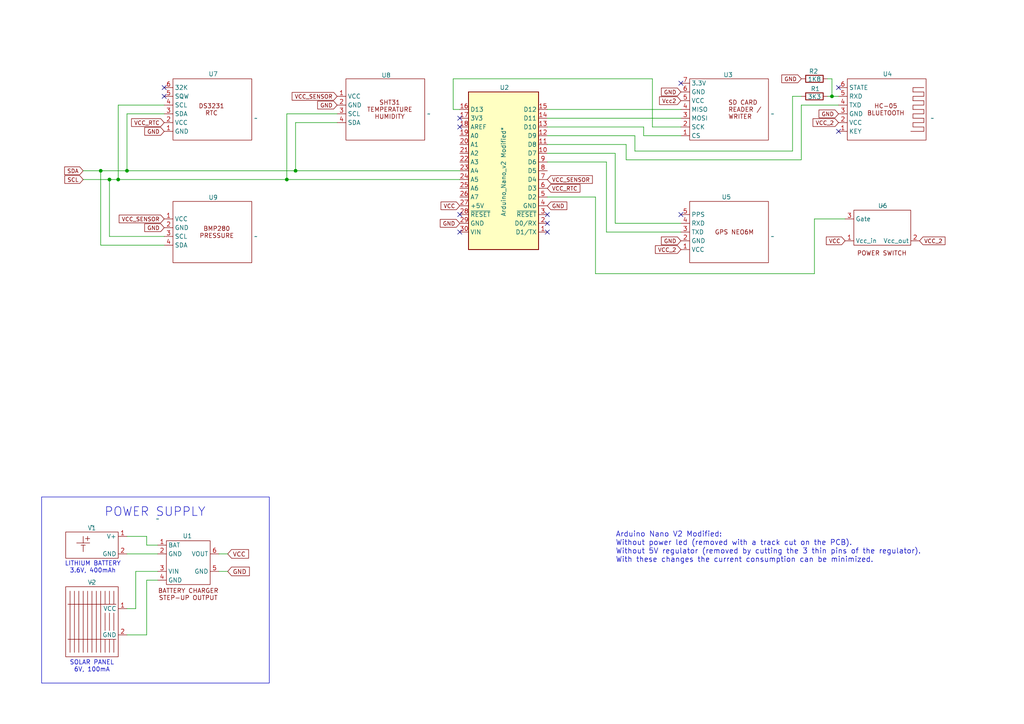
<source format=kicad_sch>
(kicad_sch (version 20231120) (generator "eeschema") (generator_version "8.0")
  (paper "A4")
  (title_block (title "Picuino Weather Station") (date "2025-04-21") (rev "R1") (company "Picuino") (comment 1 "License Creative Commons BY-SA 4.0"))
  (lib_symbols
    (symbol "Device:R" (pin_numbers hide) (pin_names (offset 0))
      (property "Reference" "R" (at 2.032 0 90))
      (property "Value" "R" (at 0 0 90))
      (symbol "R_0_1"
        (rectangle (start -1.016 -2.54) (end 1.016 2.54) (stroke (width 0.254)))
      )
      (symbol "R_1_1"
        (pin passive line (at 0 3.81 270) (length 1.27) (name "~") (number "1"))
        (pin passive line (at 0 -3.81 90) (length 1.27) (name "~") (number "2"))
      )
    )
    (symbol "weather-station:Arduino_Nano_v2.x"
      (property "Reference" "U" (at -1.27 24.384 0))
      (property "Value" "Arduino_Nano_v2" (at 0 -8.89 90))
      (symbol "Arduino_Nano_v2.x_0_1"
        (rectangle (start -10.16 22.86) (end 10.16 -22.86) (stroke (width 0.254)) (fill (type background)))
      )
      (symbol "Arduino_Nano_v2.x_1_1"
        (pin bidirectional line (at 12.7 -17.78 180) (length 2.54) (name "D1/TX") (number "1"))
        (pin bidirectional line (at 12.7 5.08 180) (length 2.54) (name "D7") (number "10"))
        (pin bidirectional line (at 12.7 7.62 180) (length 2.54) (name "D8") (number "11"))
        (pin bidirectional line (at 12.7 10.16 180) (length 2.54) (name "D9") (number "12"))
        (pin bidirectional line (at 12.7 12.7 180) (length 2.54) (name "D10") (number "13"))
        (pin bidirectional line (at 12.7 15.24 180) (length 2.54) (name "D11") (number "14"))
        (pin bidirectional line (at 12.7 17.78 180) (length 2.54) (name "D12") (number "15"))
        (pin bidirectional line (at -12.7 17.78 0) (length 2.54) (name "D13") (number "16"))
        (pin power_out line (at -12.7 15.24 0) (length 2.54) (name "3V3") (number "17"))
        (pin input line (at -12.7 12.7 0) (length 2.54) (name "AREF") (number "18"))
        (pin bidirectional line (at -12.7 10.16 0) (length 2.54) (name "A0") (number "19"))
        (pin bidirectional line (at 12.7 -15.24 180) (length 2.54) (name "D0/RX") (number "2"))
        (pin bidirectional line (at -12.7 7.62 0) (length 2.54) (name "A1") (number "20"))
        (pin bidirectional line (at -12.7 5.08 0) (length 2.54) (name "A2") (number "21"))
        (pin bidirectional line (at -12.7 2.54 0) (length 2.54) (name "A3") (number "22"))
        (pin bidirectional line (at -12.7 0 0) (length 2.54) (name "A4") (number "23"))
        (pin bidirectional line (at -12.7 -2.54 0) (length 2.54) (name "A5") (number "24"))
        (pin bidirectional line (at -12.7 -5.08 0) (length 2.54) (name "A6") (number "25"))
        (pin bidirectional line (at -12.7 -7.62 0) (length 2.54) (name "A7") (number "26"))
        (pin power_in line (at -12.7 -10.16 0) (length 2.54) (name "+5V") (number "27"))
        (pin input line (at -12.7 -12.7 0) (length 2.54) (name "~{RESET}") (number "28"))
        (pin power_in line (at -12.7 -15.24 0) (length 2.54) (name "GND") (number "29"))
        (pin input line (at 12.7 -12.7 180) (length 2.54) (name "~{RESET}") (number "3"))
        (pin power_in line (at -12.7 -17.78 0) (length 2.54) (name "VIN") (number "30"))
        (pin power_in line (at 12.7 -10.16 180) (length 2.54) (name "GND") (number "4"))
        (pin bidirectional line (at 12.7 -7.62 180) (length 2.54) (name "D2") (number "5"))
        (pin bidirectional line (at 12.7 -5.08 180) (length 2.54) (name "D3") (number "6"))
        (pin bidirectional line (at 12.7 -2.54 180) (length 2.54) (name "D4") (number "7"))
        (pin bidirectional line (at 12.7 0 180) (length 2.54) (name "D5") (number "8"))
        (pin bidirectional line (at 12.7 2.54 180) (length 2.54) (name "D6") (number "9"))
      )
    )
    (symbol "weather-station:BMP280"
      (property "Reference" "U" (at 14.986 6.096 0))
      (symbol "BMP280_0_1"
        (rectangle (start 2.54 5.08) (end 25.4 -12.7))
      )
      (symbol "BMP280_1_1"
        (text "BMP280\nPRESSURE" (at 15.24 -3.81 0) (effects (font (size 1.27 1.27))))
        (pin power_in line (at 0 0 0) (length 2.54) (name "VCC") (number "1"))
        (pin power_in line (at 0 -2.54 0) (length 2.54) (name "GND") (number "2"))
        (pin bidirectional line (at 0 -5.08 0) (length 2.54) (name "SCL") (number "3"))
        (pin bidirectional line (at 0 -7.62 0) (length 2.54) (name "SDA") (number "4"))
      )
    )
    (symbol "weather-station:Battery_LiPo"
      (property "Reference" "V" (at -8.128 2.413 0))
      (symbol "Battery_LiPo_0_1"
        (rectangle (start -17.78 1.27) (end -2.54 -6.35))
        (polyline (pts (xy -12.7 -2.54) (xy -12.7 -4.445)))
        (polyline (pts (xy -12.7 0) (xy -12.7 -1.905)))
        (polyline (pts (xy -12.065 -2.54) (xy -13.335 -2.54)))
        (polyline (pts (xy -11.43 0) (xy -11.43 -1.27)))
        (polyline (pts (xy -10.795 -1.905) (xy -14.605 -1.905)))
        (polyline (pts (xy -10.795 -0.635) (xy -12.065 -0.635)))
      )
      (symbol "Battery_LiPo_1_1"
        (pin power_out line (at 0 0 180) (length 2.54) (name "V+") (number "1"))
        (pin power_out line (at 0 -5.08 180) (length 2.54) (name "GND") (number "2"))
      )
    )
    (symbol "weather-station:Battery_charger"
      (property "Reference" "U" (at 8.89 2.794 0))
      (symbol "Battery_charger_0_1"
        (rectangle (start 2.54 1.27) (end 15.24 -11.43))
      )
      (symbol "Battery_charger_1_1"
        (text "BATTERY CHARGER\nSTEP-UP OUTPUT" (at 8.89 -14.224 0) (effects (font (size 1.27 1.27))))
        (pin power_in line (at 0 0 0) (length 2.54) (name "BAT") (number "1"))
        (pin power_in line (at 0 -2.54 0) (length 2.54) (name "GND") (number "2"))
        (pin power_in line (at 0 -7.62 0) (length 2.54) (name "VIN") (number "3"))
        (pin power_in line (at 0 -10.16 0) (length 2.54) (name "GND") (number "4"))
        (pin power_out line (at 17.78 -7.62 180) (length 2.54) (name "GND") (number "5"))
        (pin power_out line (at 17.78 -2.54 180) (length 2.54) (name "VOUT") (number "6"))
      )
    )
    (symbol "weather-station:Bluetooth_HC-05"
      (property "Reference" "U" (at 14.986 3.556 0))
      (symbol "Bluetooth_HC-05_0_1"
        (rectangle (start 2.54 2.54) (end 25.4 -15.24))
      )
      (symbol "Bluetooth_HC-05_1_1"
        (polyline (pts (xy 21.59 -1.27) (xy 21.59 0) (xy 24.765 0)))
        (polyline (pts (xy 21.59 -8.89) (xy 21.59 -7.62) (xy 24.765 -7.62) (xy 24.765 -6.35) (xy 21.59 -6.35)))
        (polyline (pts (xy 21.59 -6.35) (xy 21.59 -5.08) (xy 24.765 -5.08) (xy 24.765 -3.81) (xy 21.59 -3.81)))
        (polyline (pts (xy 21.59 -3.81) (xy 21.59 -2.54) (xy 24.765 -2.54) (xy 24.765 -1.27) (xy 21.59 -1.27)))
        (polyline (pts (xy 20.955 -12.7) (xy 24.765 -12.7) (xy 24.765 -11.43) (xy 21.59 -11.43) (xy 21.59 -10.16) (xy 24.765 -10.16) (xy 24.765 -8.89) (xy 21.59 -8.89)))
        (text "HC-05\nBLUETOOTH" (at 13.716 -6.35 0) (effects (font (size 1.27 1.27))))
        (pin input line (at 0 -12.7 0) (length 2.54) (name "KEY") (number "1"))
        (pin power_in line (at 0 -10.16 0) (length 2.54) (name "VCC") (number "2"))
        (pin power_in line (at 0 -7.62 0) (length 2.54) (name "GND") (number "3"))
        (pin output line (at 0 -5.08 0) (length 2.54) (name "TXD") (number "4"))
        (pin input line (at 0 -2.54 0) (length 2.54) (name "RXD") (number "5"))
        (pin output line (at 0 0 0) (length 2.54) (name "STATE") (number "6"))
      )
    )
    (symbol "weather-station:DS3231_RTC"
      (property "Reference" "U" (at 14.986 3.556 0))
      (symbol "DS3231_RTC_0_1"
        (rectangle (start 2.54 2.54) (end 25.4 -15.24))
      )
      (symbol "DS3231_RTC_1_1"
        (text "DS3231\nRTC" (at 13.716 -6.35 0) (effects (font (size 1.27 1.27))))
        (pin power_in line (at 0 -12.7 0) (length 2.54) (name "GND") (number "1"))
        (pin power_in line (at 0 -10.16 0) (length 2.54) (name "VCC") (number "2"))
        (pin bidirectional line (at 0 -7.62 0) (length 2.54) (name "SDA") (number "3"))
        (pin bidirectional line (at 0 -5.08 0) (length 2.54) (name "SCL") (number "4"))
        (pin output line (at 0 -2.54 0) (length 2.54) (name "SQW") (number "5"))
        (pin output line (at 0 0 0) (length 2.54) (name "32K") (number "6"))
      )
    )
    (symbol "weather-station:GPS_NEO6M"
      (property "Reference" "U" (at 14.986 4.826 0))
      (symbol "GPS_NEO6M_0_1"
        (rectangle (start 2.54 3.81) (end 25.4 -13.97))
      )
      (symbol "GPS_NEO6M_1_1"
        (text "GPS NEO6M" (at 15.494 -5.08 0) (effects (font (size 1.27 1.27))))
        (pin power_in line (at 0 -10.16 0) (length 2.54) (name "VCC") (number "1"))
        (pin power_in line (at 0 -7.62 0) (length 2.54) (name "GND") (number "2"))
        (pin output line (at 0 -5.08 0) (length 2.54) (name "TXD") (number "3"))
        (pin input line (at 0 -2.54 0) (length 2.54) (name "RXD") (number "4"))
        (pin output line (at 0 0 0) (length 2.54) (name "PPS") (number "5"))
      )
    )
    (symbol "weather-station:Power_Switch"
      (property "Reference" "U" (at 10.668 10.16 0))
      (symbol "Power_Switch_0_1"
        (rectangle (start 2.54 8.89) (end 19.05 -1.27))
      )
      (symbol "Power_Switch_1_1"
        (text "POWER SWITCH" (at 10.668 -3.556 0) (effects (font (size 1.27 1.27))))
        (pin power_in line (at 0 0 0) (length 2.54) (name "Vcc_in") (number "1"))
        (pin power_out line (at 21.59 0 180) (length 2.54) (name "Vcc_out") (number "2"))
        (pin input line (at 0 6.35 0) (length 2.54) (name "Gate") (number "3"))
      )
    )
    (symbol "weather-station:SD_Reader"
      (property "Reference" "U" (at 14.986 2.286 0))
      (symbol "SD_Reader_0_1"
        (rectangle (start 2.54 1.27) (end 25.4 -16.51))
      )
      (symbol "SD_Reader_1_1"
        (text "SD CARD\nREADER / \nWRITER" (at 13.716 -7.62 0) (effects (font (size 1.27 1.27)) (justify left)))
        (pin input line (at 0 -15.24 0) (length 2.54) (name "CS") (number "1"))
        (pin input line (at 0 -12.7 0) (length 2.54) (name "SCK") (number "2"))
        (pin input line (at 0 -10.16 0) (length 2.54) (name "MOSI") (number "3"))
        (pin input line (at 0 -7.62 0) (length 2.54) (name "MISO") (number "4"))
        (pin power_in line (at 0 -5.08 0) (length 2.54) (name "VCC") (number "5"))
        (pin power_in line (at 0 -2.54 0) (length 2.54) (name "GND") (number "6"))
        (pin power_in line (at 0 0 0) (length 2.54) (name "3.3V") (number "7"))
      )
    )
    (symbol "weather-station:SHT31"
      (property "Reference" "U" (at 14.986 6.096 0))
      (symbol "SHT31_0_1"
        (rectangle (start 2.54 5.08) (end 25.4 -12.7))
      )
      (symbol "SHT31_1_1"
        (text "SHT31\nTEMPERATURE\nHUMIDITY" (at 15.24 -3.81 0) (effects (font (size 1.27 1.27))))
        (pin power_in line (at 0 0 0) (length 2.54) (name "VCC") (number "1"))
        (pin power_in line (at 0 -2.54 0) (length 2.54) (name "GND") (number "2"))
        (pin bidirectional line (at 0 -5.08 0) (length 2.54) (name "SCL") (number "3"))
        (pin bidirectional line (at 0 -7.62 0) (length 2.54) (name "SDA") (number "4"))
      )
    )
    (symbol "weather-station:Solar_Panel"
      (property "Reference" "V" (at 5.7785 -3.4925 0))
      (symbol "Solar_Panel_0_1"
        (rectangle (start -2.54 6.35) (end -17.78 -13.97))
        (polyline (pts (xy -16.51 5.08) (xy -16.51 -12.7)))
        (polyline (pts (xy -15.24 5.08) (xy -15.24 -12.7)))
        (polyline (pts (xy -13.97 5.08) (xy -13.97 -12.7)))
        (polyline (pts (xy -12.7 5.08) (xy -12.7 -12.7)))
        (polyline (pts (xy -11.43 5.08) (xy -11.43 -12.7)))
        (polyline (pts (xy -10.16 5.08) (xy -10.16 -12.7)))
        (polyline (pts (xy -8.89 5.08) (xy -8.89 -12.7)))
        (polyline (pts (xy -7.62 5.08) (xy -7.62 -12.7)))
        (polyline (pts (xy -6.35 -8.89) (xy -6.35 -12.7)))
        (polyline (pts (xy -6.35 -1.27) (xy -6.35 -6.35)))
        (polyline (pts (xy -6.35 5.08) (xy -6.35 1.27)))
        (polyline (pts (xy -5.08 -8.89) (xy -5.08 -12.7)))
        (polyline (pts (xy -5.08 -1.27) (xy -5.08 -6.35)))
        (polyline (pts (xy -5.08 5.08) (xy -5.08 1.27)))
        (polyline (pts (xy -3.81 -8.89) (xy -3.81 -12.7)))
        (polyline (pts (xy -3.81 -1.27) (xy -3.81 -6.35)))
        (polyline (pts (xy -3.81 5.08) (xy -3.81 1.27)))
        (polyline (pts (xy -3.175 -8.89) (xy -17.145 -8.89)))
        (polyline (pts (xy -3.175 1.27) (xy -17.145 1.27)))
      )
      (symbol "Solar_Panel_1_1"
        (pin power_out line (at 0 0 180) (length 2.54) (name "VCC") (number "1"))
        (pin power_out line (at 0 -7.62 180) (length 2.54) (name "GND") (number "2"))
      )
    )
  )
  (junction (at 83.185 52.07))
  (junction (at 36.83 49.53))
  (junction (at 29.21 49.53))
  (junction (at 34.29 52.07))
  (junction (at 31.75 52.07))
  (junction (at 241.3 27.94))
  (junction (at 85.725 49.53))
  (no_connect (at 47.625 27.94))
  (no_connect (at 243.205 25.4))
  (no_connect (at 133.35 36.83))
  (no_connect (at 133.35 67.31))
  (no_connect (at 158.75 64.77))
  (no_connect (at 47.625 25.4))
  (no_connect (at 243.205 38.1))
  (no_connect (at 197.485 62.23))
  (no_connect (at 133.35 34.29))
  (no_connect (at 133.35 62.23))
  (no_connect (at 158.75 62.23))
  (no_connect (at 158.75 67.31))
  (no_connect (at 197.485 24.13))
  (wire (pts (xy 36.83 33.02) (xy 36.83 49.53)))
  (wire (pts (xy 47.625 33.02) (xy 36.83 33.02)))
  (wire (pts (xy 29.21 49.53) (xy 29.21 71.12)))
  (wire (pts (xy 243.205 30.48) (xy 232.41 30.48)))
  (wire (pts (xy 236.22 63.5) (xy 245.11 63.5)))
  (wire (pts (xy 85.725 49.53) (xy 133.35 49.53)))
  (wire (pts (xy 31.75 68.58) (xy 31.75 52.07)))
  (wire (pts (xy 158.75 34.29) (xy 197.485 34.29)))
  (wire (pts (xy 39.37 165.735) (xy 39.37 176.53)))
  (wire (pts (xy 189.23 36.83) (xy 189.23 22.86)))
  (wire (pts (xy 241.3 22.86) (xy 240.03 22.86)))
  (wire (pts (xy 240.03 27.94) (xy 241.3 27.94)))
  (wire (pts (xy 36.83 184.15) (xy 42.545 184.15)))
  (wire (pts (xy 31.75 52.07) (xy 34.29 52.07)))
  (wire (pts (xy 34.29 52.07) (xy 83.185 52.07)))
  (wire (pts (xy 232.41 30.48) (xy 232.41 46.355)))
  (wire (pts (xy 181.61 41.91) (xy 181.61 46.355)))
  (wire (pts (xy 42.545 168.275) (xy 45.72 168.275)))
  (wire (pts (xy 29.21 71.12) (xy 47.625 71.12)))
  (wire (pts (xy 178.435 44.45) (xy 158.75 44.45)))
  (wire (pts (xy 36.83 160.655) (xy 45.72 160.655)))
  (wire (pts (xy 172.72 57.15) (xy 158.75 57.15)))
  (wire (pts (xy 131.445 31.75) (xy 131.445 22.86)))
  (wire (pts (xy 175.895 67.31) (xy 175.895 46.99)))
  (wire (pts (xy 34.29 30.48) (xy 47.625 30.48)))
  (wire (pts (xy 158.75 39.37) (xy 184.15 39.37)))
  (wire (pts (xy 197.485 67.31) (xy 175.895 67.31)))
  (wire (pts (xy 39.37 165.735) (xy 45.72 165.735)))
  (wire (pts (xy 29.21 49.53) (xy 36.83 49.53)))
  (wire (pts (xy 97.79 35.56) (xy 85.725 35.56)))
  (wire (pts (xy 42.545 158.115) (xy 45.72 158.115)))
  (wire (pts (xy 97.79 33.02) (xy 83.185 33.02)))
  (wire (pts (xy 229.87 43.815) (xy 229.87 27.94)))
  (wire (pts (xy 24.13 52.07) (xy 31.75 52.07)))
  (wire (pts (xy 83.185 33.02) (xy 83.185 52.07)))
  (wire (pts (xy 241.3 22.86) (xy 241.3 27.94)))
  (wire (pts (xy 186.69 39.37) (xy 186.69 36.83)))
  (wire (pts (xy 47.625 68.58) (xy 31.75 68.58)))
  (wire (pts (xy 158.75 31.75) (xy 197.485 31.75)))
  (wire (pts (xy 186.69 36.83) (xy 158.75 36.83)))
  (wire (pts (xy 34.29 52.07) (xy 34.29 30.48)))
  (wire (pts (xy 85.725 35.56) (xy 85.725 49.53)))
  (wire (pts (xy 42.545 158.115) (xy 42.545 155.575)))
  (wire (pts (xy 172.72 79.375) (xy 172.72 57.15)))
  (wire (pts (xy 36.83 176.53) (xy 39.37 176.53)))
  (wire (pts (xy 197.485 39.37) (xy 186.69 39.37)))
  (wire (pts (xy 42.545 168.275) (xy 42.545 184.15)))
  (wire (pts (xy 178.435 44.45) (xy 178.435 64.77)))
  (wire (pts (xy 184.15 43.815) (xy 229.87 43.815)))
  (wire (pts (xy 184.15 39.37) (xy 184.15 43.815)))
  (wire (pts (xy 36.83 49.53) (xy 85.725 49.53)))
  (wire (pts (xy 175.895 46.99) (xy 158.75 46.99)))
  (wire (pts (xy 229.87 27.94) (xy 232.41 27.94)))
  (wire (pts (xy 133.35 31.75) (xy 131.445 31.75)))
  (wire (pts (xy 178.435 64.77) (xy 197.485 64.77)))
  (wire (pts (xy 236.22 63.5) (xy 236.22 79.375)))
  (wire (pts (xy 63.5 165.735) (xy 66.04 165.735)))
  (wire (pts (xy 63.5 160.655) (xy 66.04 160.655)))
  (wire (pts (xy 197.485 36.83) (xy 189.23 36.83)))
  (wire (pts (xy 236.22 79.375) (xy 172.72 79.375)))
  (wire (pts (xy 232.41 46.355) (xy 181.61 46.355)))
  (wire (pts (xy 158.75 41.91) (xy 181.61 41.91)))
  (wire (pts (xy 131.445 22.86) (xy 189.23 22.86)))
  (wire (pts (xy 24.13 49.53) (xy 29.21 49.53)))
  (wire (pts (xy 36.83 155.575) (xy 42.545 155.575)))
  (wire (pts (xy 83.185 52.07) (xy 133.35 52.07)))
  (wire (pts (xy 241.3 27.94) (xy 243.205 27.94)))
  (rectangle (start 12.065 144.145) (end 78.105 198.12))
  (text "POWER SUPPLY" (at 44.958 148.59 0) (effects (font (size 2.54 2.54))))
  (text "Arduino Nano V2 Modified:\nWithout power led (removed with a track cut on the PCB).\nWithout 5V regulator (removed by cutting the 3 thin pins of the regulator).\nWith these changes the current consumption can be minimized.\n\n" (at 178.562 154.178 0) (effects (font (size 1.524 1.524)) (justify left top)))
  (text "SOLAR PANEL\n6V, 100mA" (at 26.67 193.294 0) (effects (font (size 1.27 1.27))))
  (text "LITHIUM BATTERY\n3.6V, 400mAh" (at 26.924 164.592 0) (effects (font (size 1.27 1.27))))
  (global_label "VCC_2" (shape input) (at 243.205 35.56 180) (effects (font (size 1.143 1.143))) (property "Intersheetrefs" "${INTERSHEET_REFS}" (effects (hide yes))))
  (global_label "VCC_2" (shape input) (at 197.485 72.39 180) (effects (font (size 1.143 1.143))) (property "Intersheetrefs" "${INTERSHEET_REFS}" (effects (hide yes))))
  (global_label "VCC" (shape input) (at 66.04 160.655 0) (property "Intersheetrefs" "${INTERSHEET_REFS}" (effects (hide yes))))
  (global_label "SDA" (shape input) (at 24.13 49.53 180) (effects (font (size 1.143 1.143))) (property "Intersheetrefs" "${INTERSHEET_REFS}" (effects (hide yes))))
  (global_label "GND" (shape input) (at 158.75 59.69 0) (effects (font (size 1.143 1.143))) (property "Intersheetrefs" "${INTERSHEET_REFS}" (effects (hide yes))))
  (global_label "VCC_SENSOR" (shape input) (at 97.79 27.94 180) (effects (font (size 1.143 1.143))) (property "Intersheetrefs" "${INTERSHEET_REFS}" (effects (hide yes))))
  (global_label "VCC_SENSOR" (shape input) (at 158.75 52.07 0) (effects (font (size 1.143 1.143))) (property "Intersheetrefs" "${INTERSHEET_REFS}" (effects (hide yes))))
  (global_label "GND" (shape input) (at 133.35 64.77 180) (effects (font (size 1.143 1.143))) (property "Intersheetrefs" "${INTERSHEET_REFS}" (effects (hide yes))))
  (global_label "VCC_2" (shape input) (at 266.7 69.85 0) (effects (font (size 1.143 1.143))) (property "Intersheetrefs" "${INTERSHEET_REFS}" (effects (hide yes))))
  (global_label "GND" (shape input) (at 232.41 22.86 180) (effects (font (size 1.143 1.143))) (property "Intersheetrefs" "${INTERSHEET_REFS}" (effects (hide yes))))
  (global_label "VCC" (shape input) (at 133.35 59.69 180) (effects (font (size 1.143 1.143))) (property "Intersheetrefs" "${INTERSHEET_REFS}" (effects (hide yes))))
  (global_label "GND" (shape input) (at 197.485 69.85 180) (effects (font (size 1.143 1.143))) (property "Intersheetrefs" "${INTERSHEET_REFS}" (effects (hide yes))))
  (global_label "GND" (shape input) (at 47.625 66.04 180) (effects (font (size 1.143 1.143))) (property "Intersheetrefs" "${INTERSHEET_REFS}" (effects (hide yes))))
  (global_label "VCC" (shape input) (at 245.11 69.85 180) (effects (font (size 1.143 1.143))) (property "Intersheetrefs" "${INTERSHEET_REFS}" (effects (hide yes))))
  (global_label "SCL" (shape input) (at 24.13 52.07 180) (effects (font (size 1.143 1.143))) (property "Intersheetrefs" "${INTERSHEET_REFS}" (effects (hide yes))))
  (global_label "GND" (shape input) (at 243.205 33.02 180) (effects (font (size 1.143 1.143))) (property "Intersheetrefs" "${INTERSHEET_REFS}" (effects (hide yes))))
  (global_label "VCC_SENSOR" (shape input) (at 47.625 63.5 180) (effects (font (size 1.143 1.143))) (property "Intersheetrefs" "${INTERSHEET_REFS}" (effects (hide yes))))
  (global_label "VCC_RTC" (shape input) (at 47.625 35.56 180) (effects (font (size 1.143 1.143))) (property "Intersheetrefs" "${INTERSHEET_REFS}" (effects (hide yes))))
  (global_label "GND" (shape input) (at 66.04 165.735 0) (property "Intersheetrefs" "${INTERSHEET_REFS}" (effects (hide yes))))
  (global_label "Vcc2" (shape input) (at 197.485 29.21 180) (effects (font (size 1.143 1.143))) (property "Intersheetrefs" "${INTERSHEET_REFS}" (effects (hide yes))))
  (global_label "GND" (shape input) (at 47.625 38.1 180) (effects (font (size 1.143 1.143))) (property "Intersheetrefs" "${INTERSHEET_REFS}" (effects (hide yes))))
  (global_label "VCC_RTC" (shape input) (at 158.75 54.61 0) (effects (font (size 1.143 1.143))) (property "Intersheetrefs" "${INTERSHEET_REFS}" (effects (hide yes))))
  (global_label "GND" (shape input) (at 197.485 26.67 180) (effects (font (size 1.143 1.143))) (property "Intersheetrefs" "${INTERSHEET_REFS}" (effects (hide yes))))
  (global_label "GND" (shape input) (at 97.79 30.48 180) (effects (font (size 1.143 1.143))) (property "Intersheetrefs" "${INTERSHEET_REFS}" (effects (hide yes))))
  (symbol (lib_id "weather-station:Battery_LiPo") (at 36.83 155.575 0) (unit 1)
    (property "Reference" "V1" (at 26.67 153.162 0))
    (property "Value" "~" (at 26.67 152.4 0))
  )
  (symbol (lib_id "weather-station:DS3231_RTC") (at 47.625 25.4 0) (unit 1)
    (property "Reference" "U7" (at 60.452 21.463 0) (effects (justify left)))
    (property "Value" "~" (at 73.66 34.29 0) (effects (justify left)))
  )
  (symbol (lib_id "Device:R") (at 236.22 22.86 90) (unit 1)
    (property "Reference" "R2" (at 235.966 20.701 90))
    (property "Value" "1K8" (at 236.22 22.987 90))
    (property "Description" "Resistor" (effects (hide yes)))
  )
  (symbol (lib_id "weather-station:Power_Switch") (at 245.11 69.85 0) (unit 1)
    (property "Reference" "U6" (at 256.032 59.69 0))
    (property "Value" "~" (at 255.905 59.69 0))
  )
  (symbol (lib_id "weather-station:Bluetooth_HC-05") (at 243.205 25.4 0) (unit 1)
    (property "Reference" "U4" (at 256.032 21.463 0) (effects (justify left)))
    (property "Value" "~" (at 269.875 34.29 0) (effects (justify left)))
  )
  (symbol (lib_id "Device:R") (at 236.22 27.94 90) (unit 1)
    (property "Reference" "R1" (at 236.474 25.781 90))
    (property "Value" "3K3" (at 236.22 28.067 90))
    (property "Description" "Resistor" (effects (hide yes)))
  )
  (symbol (lib_id "weather-station:GPS_NEO6M") (at 197.485 62.23 0) (unit 1)
    (property "Reference" "U5" (at 209.296 57.15 0) (effects (justify left)))
    (property "Value" "~" (at 223.52 68.58 0) (effects (justify left)))
  )
  (symbol (lib_id "weather-station:BMP280") (at 47.625 63.5 0) (unit 1)
    (property "Reference" "U9" (at 60.452 57.277 0) (effects (justify left)))
    (property "Value" "~" (at 73.66 68.58 0) (effects (justify left)))
  )
  (symbol (lib_id "weather-station:Battery_charger") (at 45.72 158.115 0) (unit 1)
    (property "Reference" "U1" (at 54.356 155.448 0))
    (property "Value" "~" (at 45.72 150.495 0))
  )
  (symbol (lib_id "weather-station:SD_Reader") (at 197.485 24.13 0) (unit 1)
    (property "Reference" "U3" (at 209.804 21.717 0) (effects (justify left)))
    (property "Value" "~" (at 223.52 33.02 0) (effects (justify left)))
  )
  (symbol (lib_id "weather-station:Arduino_Nano_v2.x") (at 146.05 49.53 0) (unit 1)
    (property "Reference" "U2" (at 146.304 25.4 0))
    (property "Value" "Arduino_Nano_v2 Modified*" (at 146.05 49.784 90))
    (property "Footprint" "Module:Arduino_Nano" (effects (hide yes)))
    (property "Datasheet" "https://www.arduino.cc/en/uploads/Main/ArduinoNanoManual23.pdf" (effects (hide yes)))
    (property "Description" "Arduino Nano v2.x" (effects (hide yes)))
  )
  (symbol (lib_id "weather-station:Solar_Panel") (at 36.83 176.53 0) (unit 1)
    (property "Reference" "V2" (at 26.67 168.91 0))
    (property "Value" "~" (at 26.67 168.91 0))
  )
  (symbol (lib_id "weather-station:SHT31") (at 97.79 27.94 0) (unit 1)
    (property "Reference" "U8" (at 110.617 21.844 0) (effects (justify left)))
    (property "Value" "~" (at 123.825 33.02 0) (effects (justify left)))
  )
)
</source>
